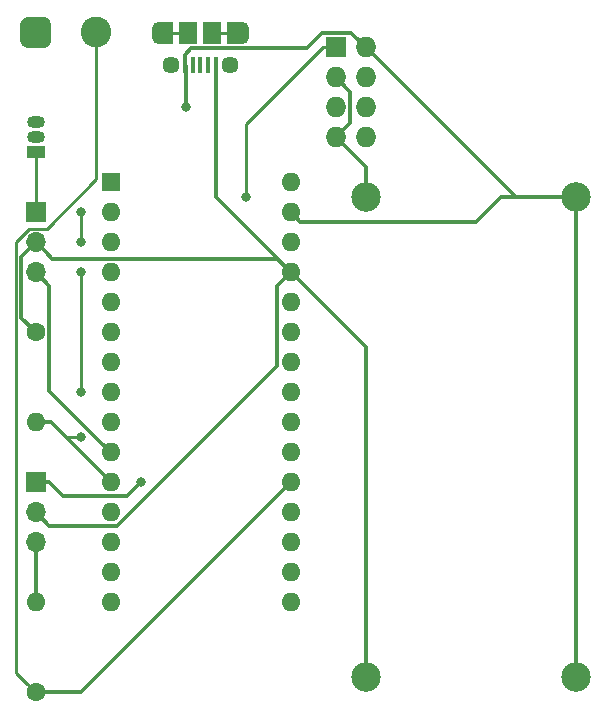
<source format=gbr>
G04 #@! TF.GenerationSoftware,KiCad,Pcbnew,(5.1.5)-3*
G04 #@! TF.CreationDate,2020-05-11T13:20:41+02:00*
G04 #@! TF.ProjectId,Weather_Station_board,57656174-6865-4725-9f53-746174696f6e,rev?*
G04 #@! TF.SameCoordinates,Original*
G04 #@! TF.FileFunction,Copper,L1,Top*
G04 #@! TF.FilePolarity,Positive*
%FSLAX46Y46*%
G04 Gerber Fmt 4.6, Leading zero omitted, Abs format (unit mm)*
G04 Created by KiCad (PCBNEW (5.1.5)-3) date 2020-05-11 13:20:41*
%MOMM*%
%LPD*%
G04 APERTURE LIST*
%ADD10R,1.600000X1.600000*%
%ADD11O,1.600000X1.600000*%
%ADD12R,1.700000X1.700000*%
%ADD13O,1.700000X1.700000*%
%ADD14R,1.500000X1.900000*%
%ADD15C,1.450000*%
%ADD16R,0.400000X1.350000*%
%ADD17O,1.200000X1.900000*%
%ADD18R,1.200000X1.900000*%
%ADD19C,1.600000*%
%ADD20C,0.100000*%
%ADD21C,2.600000*%
%ADD22O,1.500000X1.050000*%
%ADD23R,1.500000X1.050000*%
%ADD24R,1.727200X1.727200*%
%ADD25O,1.727200X1.727200*%
%ADD26C,2.500000*%
%ADD27C,0.800000*%
%ADD28C,0.250000*%
%ADD29C,0.300000*%
G04 APERTURE END LIST*
D10*
X101600000Y-58420000D03*
D11*
X116840000Y-91440000D03*
X101600000Y-60960000D03*
X116840000Y-88900000D03*
X101600000Y-63500000D03*
X116840000Y-86360000D03*
X101600000Y-66040000D03*
X116840000Y-83820000D03*
X101600000Y-68580000D03*
X116840000Y-81280000D03*
X101600000Y-71120000D03*
X116840000Y-78740000D03*
X101600000Y-73660000D03*
X116840000Y-76200000D03*
X101600000Y-76200000D03*
X116840000Y-73660000D03*
X101600000Y-78740000D03*
X116840000Y-71120000D03*
X101600000Y-81280000D03*
X116840000Y-68580000D03*
X101600000Y-83820000D03*
X116840000Y-66040000D03*
X101600000Y-86360000D03*
X116840000Y-63500000D03*
X101600000Y-88900000D03*
X116840000Y-60960000D03*
X101600000Y-91440000D03*
X116840000Y-58420000D03*
X101600000Y-93980000D03*
X116840000Y-93980000D03*
D12*
X95250000Y-83820000D03*
D13*
X95250000Y-86360000D03*
X95250000Y-88900000D03*
X95250000Y-66040000D03*
X95250000Y-63500000D03*
D12*
X95250000Y-60960000D03*
D14*
X108180000Y-45752500D03*
D15*
X111680000Y-48452500D03*
D16*
X109830000Y-48452500D03*
X110480000Y-48452500D03*
X107880000Y-48452500D03*
X108530000Y-48452500D03*
X109180000Y-48452500D03*
D15*
X106680000Y-48452500D03*
D14*
X110180000Y-45752500D03*
D17*
X112680000Y-45752500D03*
X105680000Y-45752500D03*
D18*
X106280000Y-45752500D03*
X112080000Y-45752500D03*
D19*
X95250000Y-71120000D03*
D11*
X95250000Y-78740000D03*
G04 #@! TA.AperFunction,ComponentPad*
D20*
G36*
X95963711Y-44423130D02*
G01*
X96026809Y-44432490D01*
X96088685Y-44447989D01*
X96148744Y-44469478D01*
X96206408Y-44496751D01*
X96261121Y-44529545D01*
X96312356Y-44567543D01*
X96359619Y-44610381D01*
X96402457Y-44657644D01*
X96440455Y-44708879D01*
X96473249Y-44763592D01*
X96500522Y-44821256D01*
X96522011Y-44881315D01*
X96537510Y-44943191D01*
X96546870Y-45006289D01*
X96550000Y-45070000D01*
X96550000Y-46370000D01*
X96546870Y-46433711D01*
X96537510Y-46496809D01*
X96522011Y-46558685D01*
X96500522Y-46618744D01*
X96473249Y-46676408D01*
X96440455Y-46731121D01*
X96402457Y-46782356D01*
X96359619Y-46829619D01*
X96312356Y-46872457D01*
X96261121Y-46910455D01*
X96206408Y-46943249D01*
X96148744Y-46970522D01*
X96088685Y-46992011D01*
X96026809Y-47007510D01*
X95963711Y-47016870D01*
X95900000Y-47020000D01*
X94600000Y-47020000D01*
X94536289Y-47016870D01*
X94473191Y-47007510D01*
X94411315Y-46992011D01*
X94351256Y-46970522D01*
X94293592Y-46943249D01*
X94238879Y-46910455D01*
X94187644Y-46872457D01*
X94140381Y-46829619D01*
X94097543Y-46782356D01*
X94059545Y-46731121D01*
X94026751Y-46676408D01*
X93999478Y-46618744D01*
X93977989Y-46558685D01*
X93962490Y-46496809D01*
X93953130Y-46433711D01*
X93950000Y-46370000D01*
X93950000Y-45070000D01*
X93953130Y-45006289D01*
X93962490Y-44943191D01*
X93977989Y-44881315D01*
X93999478Y-44821256D01*
X94026751Y-44763592D01*
X94059545Y-44708879D01*
X94097543Y-44657644D01*
X94140381Y-44610381D01*
X94187644Y-44567543D01*
X94238879Y-44529545D01*
X94293592Y-44496751D01*
X94351256Y-44469478D01*
X94411315Y-44447989D01*
X94473191Y-44432490D01*
X94536289Y-44423130D01*
X94600000Y-44420000D01*
X95900000Y-44420000D01*
X95963711Y-44423130D01*
G37*
G04 #@! TD.AperFunction*
D21*
X100330000Y-45720000D03*
D11*
X95250000Y-93980000D03*
D19*
X95250000Y-101600000D03*
D22*
X95250000Y-54610000D03*
X95250000Y-53340000D03*
D23*
X95250000Y-55880000D03*
D24*
X120650000Y-46990000D03*
D25*
X123190000Y-46990000D03*
X120650000Y-49530000D03*
X123190000Y-49530000D03*
X120650000Y-52070000D03*
X123190000Y-52070000D03*
X120650000Y-54610000D03*
X123190000Y-54610000D03*
D26*
X123190000Y-59690000D03*
X140970000Y-59690000D03*
X123190000Y-100330000D03*
X140970000Y-100330000D03*
D27*
X113030000Y-59690000D03*
X104140000Y-83820000D03*
X107950000Y-52070000D03*
X99060000Y-60960000D03*
X99060000Y-63500000D03*
X99060000Y-66040000D03*
X99060000Y-76200000D03*
X99060000Y-80010000D03*
X99060000Y-80010000D03*
D28*
X119536400Y-46990000D02*
X120650000Y-46990000D01*
X113030000Y-53496400D02*
X119536400Y-46990000D01*
X113030000Y-59690000D02*
X113030000Y-53496400D01*
D29*
X97550001Y-84970001D02*
X102989999Y-84970001D01*
X95250000Y-83820000D02*
X96400000Y-83820000D01*
X96400000Y-83820000D02*
X97550001Y-84970001D01*
X102989999Y-84970001D02*
X104140000Y-83820000D01*
X104140000Y-83820000D02*
X104140000Y-83820000D01*
X95250000Y-88900000D02*
X95250000Y-93980000D01*
X140970000Y-59690000D02*
X134620000Y-59690000D01*
X117639999Y-61759999D02*
X116840000Y-60960000D01*
X132550001Y-61759999D02*
X117639999Y-61759999D01*
X134620000Y-59690000D02*
X132550001Y-61759999D01*
X135890000Y-59690000D02*
X140970000Y-59690000D01*
X123190000Y-46990000D02*
X135890000Y-59690000D01*
X140970000Y-100330000D02*
X140970000Y-59690000D01*
X122326401Y-46126401D02*
X123190000Y-46990000D01*
X121976399Y-45776399D02*
X122326401Y-46126401D01*
X119506399Y-45776399D02*
X121976399Y-45776399D01*
X118230297Y-47052501D02*
X119506399Y-45776399D01*
X108424997Y-47052501D02*
X118230297Y-47052501D01*
X107880000Y-47597498D02*
X108424997Y-47052501D01*
X107880000Y-48452500D02*
X107880000Y-47597498D01*
X107950000Y-48522500D02*
X107880000Y-48452500D01*
X107950000Y-52070000D02*
X107950000Y-48522500D01*
D28*
X95250000Y-60960000D02*
X95250000Y-55880000D01*
D29*
X99060000Y-101600000D02*
X116840000Y-83820000D01*
X95250000Y-101600000D02*
X99060000Y-101600000D01*
D28*
X93574989Y-99924989D02*
X94450001Y-100800001D01*
X93574989Y-63436009D02*
X93574989Y-99924989D01*
X96170003Y-62324999D02*
X94685999Y-62324999D01*
X94685999Y-62324999D02*
X93574989Y-63436009D01*
X100330000Y-58165002D02*
X96170003Y-62324999D01*
X94450001Y-100800001D02*
X95250000Y-101600000D01*
X100330000Y-45720000D02*
X100330000Y-58165002D01*
D29*
X96400001Y-76080001D02*
X100800001Y-80480001D01*
X96400001Y-67190001D02*
X96400001Y-76080001D01*
X100800001Y-80480001D02*
X101600000Y-81280000D01*
X95250000Y-66040000D02*
X96400001Y-67190001D01*
X95250000Y-78740000D02*
X96520000Y-78740000D01*
D28*
X99060000Y-60960000D02*
X99060000Y-62774999D01*
X99060000Y-62774999D02*
X99060000Y-63500000D01*
X99060000Y-63500000D02*
X99060000Y-63500000D01*
X99060000Y-66040000D02*
X99060000Y-76200000D01*
X99060000Y-76200000D02*
X99060000Y-76200000D01*
D29*
X96520000Y-78740000D02*
X97790000Y-80010000D01*
D28*
X99060000Y-80010000D02*
X97790000Y-80010000D01*
D29*
X97790000Y-80010000D02*
X101600000Y-83820000D01*
X96639999Y-64889999D02*
X96099999Y-64349999D01*
X115689999Y-64889999D02*
X96639999Y-64889999D01*
X96099999Y-64349999D02*
X95250000Y-63500000D01*
X116840000Y-66040000D02*
X115689999Y-64889999D01*
X94400001Y-64349999D02*
X95250000Y-63500000D01*
X94049999Y-64700001D02*
X94400001Y-64349999D01*
X94049999Y-69919999D02*
X94049999Y-64700001D01*
X95250000Y-71120000D02*
X94049999Y-69919999D01*
X116040001Y-66839999D02*
X116840000Y-66040000D01*
X115689999Y-67190001D02*
X116040001Y-66839999D01*
X115689999Y-73972003D02*
X115689999Y-67190001D01*
X102152001Y-87510001D02*
X115689999Y-73972003D01*
X96400001Y-87510001D02*
X102152001Y-87510001D01*
X95250000Y-86360000D02*
X96400001Y-87510001D01*
X123190000Y-72390000D02*
X116840000Y-66040000D01*
X123190000Y-100330000D02*
X123190000Y-72390000D01*
X110480000Y-59680000D02*
X110480000Y-48452500D01*
X116840000Y-66040000D02*
X110480000Y-59680000D01*
X106580000Y-45752500D02*
X105680000Y-45752500D01*
X106680000Y-45852500D02*
X106580000Y-45752500D01*
X112080000Y-48052500D02*
X111680000Y-48452500D01*
D28*
X106530000Y-45752500D02*
X106280000Y-45752500D01*
X106680000Y-45902500D02*
X106530000Y-45752500D01*
X110180000Y-45752500D02*
X112680000Y-45752500D01*
X108180000Y-45752500D02*
X105680000Y-45752500D01*
D29*
X123190000Y-57150000D02*
X120650000Y-54610000D01*
X123190000Y-59690000D02*
X123190000Y-57150000D01*
X121513599Y-50393599D02*
X120650000Y-49530000D01*
X121863601Y-50743601D02*
X121513599Y-50393599D01*
X121863601Y-53396399D02*
X121863601Y-50743601D01*
X120650000Y-54610000D02*
X121863601Y-53396399D01*
M02*

</source>
